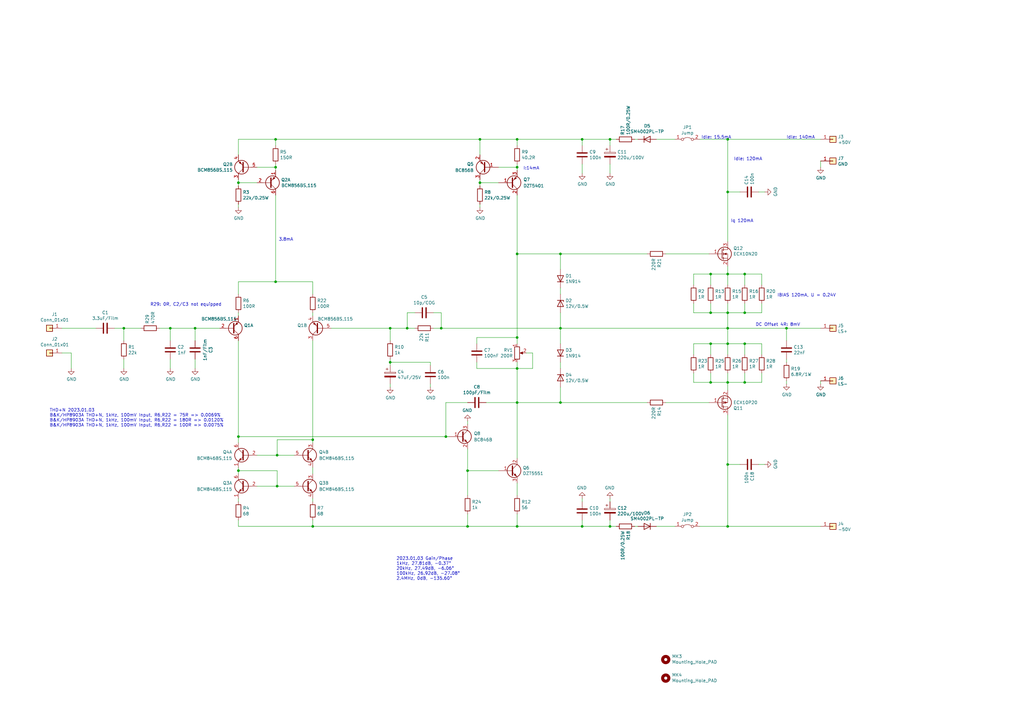
<source format=kicad_sch>
(kicad_sch (version 20211123) (generator eeschema)
  (paper "A3")
  (title_block (title "Lateral MOS FET 80W") (date "2023-01-11") (rev "v5c"))
  (lib_symbols
    (symbol "Connector_Generic:Conn_01x01" (pin_names (offset 1.016) hide)
      (property "Reference" "J" (at 0 2.54 0))
      (property "Value" "Conn_01x01" (at 0 -2.54 0))
      (symbol "Conn_01x01_1_1"
        (rectangle (start -1.27 0.127) (end 0 -0.127) (stroke (width 0.1524)))
        (rectangle (start -1.27 1.27) (end 1.27 -1.27) (stroke (width 0.254)) (fill (type background)))
        (pin passive line (at -5.08 0 0) (length 3.81) (name "Pin_1") (number "1"))
      )
    )
    (symbol "Device:C" (pin_numbers hide) (pin_names (offset 0.254))
      (property "Reference" "C" (at 0.635 2.54 0))
      (property "Value" "C" (at 0.635 -2.54 0))
      (symbol "C_0_1"
        (polyline (pts (xy -2.032 -0.762) (xy 2.032 -0.762)) (stroke (width 0.508)))
        (polyline (pts (xy -2.032 0.762) (xy 2.032 0.762)) (stroke (width 0.508)))
      )
      (symbol "C_1_1"
        (pin passive line (at 0 3.81 270) (length 2.794) (name "~") (number "1"))
        (pin passive line (at 0 -3.81 90) (length 2.794) (name "~") (number "2"))
      )
    )
    (symbol "Device:CP" (pin_numbers hide) (pin_names (offset 0.254))
      (property "Reference" "C" (at 0.635 2.54 0))
      (property "Value" "Device_CP" (at 0.635 -2.54 0))
      (symbol "CP_0_1"
        (rectangle (start -2.286 0.508) (end 2.286 1.016))
        (polyline (pts (xy -1.778 2.286) (xy -0.762 2.286)))
        (polyline (pts (xy -1.27 2.794) (xy -1.27 1.778)))
        (rectangle (start 2.286 -0.508) (end -2.286 -1.016) (fill (type outline)))
      )
      (symbol "CP_1_1"
        (pin passive line (at 0 3.81 270) (length 2.794) (name "~") (number "1"))
        (pin passive line (at 0 -3.81 90) (length 2.794) (name "~") (number "2"))
      )
    )
    (symbol "Device:R" (pin_numbers hide) (pin_names (offset 0))
      (property "Reference" "R" (at 2.032 0 90))
      (property "Value" "R" (at 0 0 90))
      (symbol "R_0_1"
        (rectangle (start -1.016 -2.54) (end 1.016 2.54) (stroke (width 0.254)))
      )
      (symbol "R_1_1"
        (pin passive line (at 0 3.81 270) (length 1.27) (name "~") (number "1"))
        (pin passive line (at 0 -3.81 90) (length 1.27) (name "~") (number "2"))
      )
    )
    (symbol "Device:R_POT" (pin_names (offset 1.016) hide)
      (property "Reference" "RV" (at -4.445 0 90))
      (property "Value" "Device_R_POT" (at -2.54 0 90))
      (symbol "R_POT_0_1"
        (polyline (pts (xy 2.54 0) (xy 1.524 0)))
        (polyline (pts (xy 1.143 0) (xy 2.286 0.508) (xy 2.286 -0.508) (xy 1.143 0)) (fill (type outline)))
        (rectangle (start 1.016 2.54) (end -1.016 -2.54) (stroke (width 0.254)))
      )
      (symbol "R_POT_1_1"
        (pin passive line (at 0 3.81 270) (length 1.27) (name "1") (number "1"))
        (pin passive line (at 3.81 0 180) (length 1.27) (name "2") (number "2"))
        (pin passive line (at 0 -3.81 90) (length 1.27) (name "3") (number "3"))
      )
    )
    (symbol "Diode:1N4002" (pin_numbers hide) (pin_names (offset 1.016) hide)
      (property "Reference" "D" (at 0 2.54 0))
      (property "Value" "1N4002" (at 0 -2.54 0))
      (symbol "1N4002_0_1"
        (polyline (pts (xy -1.27 1.27) (xy -1.27 -1.27)) (stroke (width 0.254)))
        (polyline (pts (xy 1.27 0) (xy -1.27 0)))
        (polyline (pts (xy 1.27 1.27) (xy 1.27 -1.27) (xy -1.27 0) (xy 1.27 1.27)) (stroke (width 0.254)))
      )
      (symbol "1N4002_1_1"
        (pin passive line (at -3.81 0 0) (length 2.54) (name "K") (number "1"))
        (pin passive line (at 3.81 0 180) (length 2.54) (name "A") (number "2"))
      )
    )
    (symbol "Diode:1N4148" (pin_numbers hide) (pin_names (offset 1.016) hide)
      (property "Reference" "D" (at 0 2.54 0))
      (property "Value" "1N4148" (at 0 -2.54 0))
      (symbol "1N4148_0_1"
        (polyline (pts (xy -1.27 1.27) (xy -1.27 -1.27)) (stroke (width 0.254)))
        (polyline (pts (xy 1.27 0) (xy -1.27 0)))
        (polyline (pts (xy 1.27 1.27) (xy 1.27 -1.27) (xy -1.27 0) (xy 1.27 1.27)) (stroke (width 0.254)))
      )
      (symbol "1N4148_1_1"
        (pin passive line (at -3.81 0 0) (length 2.54) (name "K") (number "1"))
        (pin passive line (at 3.81 0 180) (length 2.54) (name "A") (number "2"))
      )
    )
    (symbol "Diode:ZPDxx" (pin_numbers hide) (pin_names (offset 1.016) hide)
      (property "Reference" "D" (at 0 2.54 0))
      (property "Value" "ZPDxx" (at 0 -2.54 0))
      (symbol "ZPDxx_0_1"
        (polyline (pts (xy 1.27 0) (xy -1.27 0)))
        (polyline (pts (xy -1.27 -1.27) (xy -1.27 1.27) (xy -0.762 1.27)) (stroke (width 0.254)))
        (polyline (pts (xy 1.27 -1.27) (xy 1.27 1.27) (xy -1.27 0) (xy 1.27 -1.27)) (stroke (width 0.254)))
      )
      (symbol "ZPDxx_1_1"
        (pin passive line (at -3.81 0 0) (length 2.54) (name "K") (number "1"))
        (pin passive line (at 3.81 0 180) (length 2.54) (name "A") (number "2"))
      )
    )
    (symbol "Jumper:Jumper_2_Bridged" (pin_names (offset 0) hide)
      (property "Reference" "JP" (at 0 1.905 0))
      (property "Value" "Jumper_2_Bridged" (at 0 -2.54 0))
      (symbol "Jumper_2_Bridged_0_0"
        (circle (center -2.032 0) (radius 0.508))
        (circle (center 2.032 0) (radius 0.508))
      )
      (symbol "Jumper_2_Bridged_0_1"
        (arc (start 1.524 0.254) (mid 0 0.762) (end -1.524 0.254))
      )
      (symbol "Jumper_2_Bridged_1_1"
        (pin passive line (at -5.08 0 0) (length 2.54) (name "A") (number "1"))
        (pin passive line (at 5.08 0 180) (length 2.54) (name "B") (number "2"))
      )
    )
    (symbol "Mechanical:MountingHole" (pin_names (offset 1.016))
      (property "Reference" "H" (at 0 5.08 0))
      (property "Value" "MountingHole" (at 0 3.175 0))
      (symbol "MountingHole_0_1"
        (circle (center 0 0) (radius 1.27) (stroke (width 1.27)))
      )
    )
    (symbol "Transistor_BJT:BC846" (pin_names (offset 0) hide)
      (property "Reference" "Q" (at 5.08 1.905 0))
      (property "Value" "BC846" (at 5.08 0 0))
      (symbol "BC846_0_1"
        (polyline (pts (xy 0.635 0.635) (xy 2.54 2.54)))
        (polyline (pts (xy 0.635 -0.635) (xy 2.54 -2.54) (xy 2.54 -2.54)))
        (polyline (pts (xy 0.635 1.905) (xy 0.635 -1.905) (xy 0.635 -1.905)) (stroke (width 0.508)))
        (polyline (pts (xy 1.27 -1.778) (xy 1.778 -1.27) (xy 2.286 -2.286) (xy 1.27 -1.778) (xy 1.27 -1.778)) (fill (type outline)))
        (circle (center 1.27 0) (radius 2.8194) (stroke (width 0.254)))
      )
      (symbol "BC846_1_1"
        (pin input line (at -5.08 0 0) (length 5.715) (name "B") (number "1"))
        (pin passive line (at 2.54 -5.08 90) (length 2.54) (name "E") (number "2"))
        (pin passive line (at 2.54 5.08 270) (length 2.54) (name "C") (number "3"))
      )
    )
    (symbol "Transistor_BJT:BC846BDW1" (pin_names (offset 0) hide)
      (property "Reference" "Q" (at 5.08 1.27 0))
      (property "Value" "BC846BDW1" (at 5.08 -1.27 0))
      (symbol "BC846BDW1_0_1"
        (polyline (pts (xy 0.635 0) (xy -2.54 0)))
        (polyline (pts (xy 0.635 0.635) (xy 2.54 2.54)))
        (polyline (pts (xy 0.635 -0.635) (xy 2.54 -2.54) (xy 2.54 -2.54)))
        (polyline (pts (xy 0.635 1.905) (xy 0.635 -1.905) (xy 0.635 -1.905)) (stroke (width 0.508)))
        (polyline (pts (xy 1.27 -1.778) (xy 1.778 -1.27) (xy 2.286 -2.286) (xy 1.27 -1.778) (xy 1.27 -1.778)) (fill (type outline)))
        (circle (center 1.27 0) (radius 2.8194) (stroke (width 0.254)))
      )
      (symbol "BC846BDW1_1_1"
        (pin passive line (at 2.54 -5.08 90) (length 2.54) (name "E1") (number "1"))
        (pin input line (at -5.08 0 0) (length 2.54) (name "B1") (number "2"))
        (pin passive line (at 2.54 5.08 270) (length 2.54) (name "C1") (number "6"))
      )
      (symbol "BC846BDW1_2_1"
        (pin passive line (at 2.54 5.08 270) (length 2.54) (name "C2") (number "3"))
        (pin passive line (at 2.54 -5.08 90) (length 2.54) (name "E2") (number "4"))
        (pin input line (at -5.08 0 0) (length 2.54) (name "B2") (number "5"))
      )
    )
    (symbol "Transistor_BJT:BC856" (pin_names (offset 0) hide)
      (property "Reference" "Q" (at 5.08 1.905 0))
      (property "Value" "BC856" (at 5.08 0 0))
      (symbol "BC856_0_1"
        (polyline (pts (xy 0.635 0.635) (xy 2.54 2.54)))
        (polyline (pts (xy 0.635 -0.635) (xy 2.54 -2.54) (xy 2.54 -2.54)))
        (polyline (pts (xy 0.635 1.905) (xy 0.635 -1.905) (xy 0.635 -1.905)) (stroke (width 0.508)))
        (polyline (pts (xy 2.286 -1.778) (xy 1.778 -2.286) (xy 1.27 -1.27) (xy 2.286 -1.778) (xy 2.286 -1.778)) (fill (type outline)))
        (circle (center 1.27 0) (radius 2.8194) (stroke (width 0.254)))
      )
      (symbol "BC856_1_1"
        (pin input line (at -5.08 0 0) (length 5.715) (name "B") (number "1"))
        (pin passive line (at 2.54 -5.08 90) (length 2.54) (name "E") (number "2"))
        (pin passive line (at 2.54 5.08 270) (length 2.54) (name "C") (number "3"))
      )
    )
    (symbol "Transistor_BJT:BC856BS" (pin_names (offset 0) hide)
      (property "Reference" "Q" (at 5.08 1.27 0))
      (property "Value" "BC856BS" (at 5.08 -1.27 0))
      (symbol "BC856BS_0_1"
        (polyline (pts (xy 0.635 0) (xy -2.54 0)))
        (polyline (pts (xy 0.635 0.635) (xy 2.54 2.54)))
        (polyline (pts (xy 0.635 -0.635) (xy 2.54 -2.54) (xy 2.54 -2.54)))
        (polyline (pts (xy 0.635 1.905) (xy 0.635 -1.905) (xy 0.635 -1.905)) (stroke (width 0.508)))
        (polyline (pts (xy 2.286 -1.778) (xy 1.778 -2.286) (xy 1.27 -1.27) (xy 2.286 -1.778) (xy 2.286 -1.778)) (fill (type outline)))
        (circle (center 1.27 0) (radius 2.8194) (stroke (width 0.254)))
      )
      (symbol "BC856BS_1_1"
        (pin passive line (at 2.54 -5.08 90) (length 2.54) (name "E1") (number "1"))
        (pin input line (at -5.08 0 0) (length 2.54) (name "B1") (number "2"))
        (pin passive line (at 2.54 5.08 270) (length 2.54) (name "C1") (number "6"))
      )
      (symbol "BC856BS_2_1"
        (pin passive line (at 2.54 5.08 270) (length 2.54) (name "C2") (number "3"))
        (pin passive line (at 2.54 -5.08 90) (length 2.54) (name "E2") (number "4"))
        (pin input line (at -5.08 0 0) (length 2.54) (name "B2") (number "5"))
      )
    )
    (symbol "kicad-snk:DZT5401" (pin_names (offset 0) hide)
      (property "Reference" "Q" (at 5.08 1.905 0))
      (property "Value" "DZT5401" (at 5.08 0 0))
      (symbol "DZT5401_0_1"
        (polyline (pts (xy 0.635 0.635) (xy 2.54 2.54)))
        (polyline (pts (xy 0.635 -0.635) (xy 2.54 -2.54) (xy 2.54 -2.54)))
        (polyline (pts (xy 0.635 1.905) (xy 0.635 -1.905) (xy 0.635 -1.905)) (stroke (width 0.508)))
        (polyline (pts (xy 2.286 -1.778) (xy 1.778 -2.286) (xy 1.27 -1.27) (xy 2.286 -1.778) (xy 2.286 -1.778)) (fill (type outline)))
        (circle (center 1.27 0) (radius 2.8194) (stroke (width 0.254)))
      )
      (symbol "DZT5401_1_1"
        (pin input line (at -5.08 0 0) (length 5.715) (name "B") (number "1"))
        (pin passive line (at 2.54 5.08 270) (length 2.54) (name "C") (number "2"))
        (pin passive line (at 2.54 -5.08 90) (length 2.54) (name "E") (number "3"))
      )
    )
    (symbol "kicad-snk:DZT5551" (pin_names (offset 0) hide)
      (property "Reference" "Q" (at 5.08 1.905 0))
      (property "Value" "kicad-snk_DZT5551" (at 5.08 0 0))
      (symbol "DZT5551_0_1"
        (polyline (pts (xy 0.635 0.635) (xy 2.54 2.54)))
        (polyline (pts (xy 0.635 -0.635) (xy 2.54 -2.54) (xy 2.54 -2.54)))
        (polyline (pts (xy 0.635 1.905) (xy 0.635 -1.905) (xy 0.635 -1.905)) (stroke (width 0.508)))
        (polyline (pts (xy 1.27 -1.778) (xy 1.778 -1.27) (xy 2.286 -2.286) (xy 1.27 -1.778) (xy 1.27 -1.778)) (fill (type outline)))
        (circle (center 1.27 0) (radius 2.8194) (stroke (width 0.254)))
      )
      (symbol "DZT5551_1_1"
        (pin input line (at -5.08 0 0) (length 5.715) (name "B") (number "1"))
        (pin passive line (at 2.54 5.08 270) (length 2.54) (name "C") (number "2"))
        (pin passive line (at 2.54 -5.08 90) (length 2.54) (name "E") (number "3"))
      )
    )
    (symbol "kicad-snk:Q_NMOS_GSD" (pin_names (offset 0) hide)
      (property "Reference" "Q" (at 7.62 1.27 0))
      (property "Value" "kicad-snk_Q_NMOS_GSD" (at 16.51 -1.27 0))
      (symbol "Q_NMOS_GSD_0_1"
        (polyline (pts (xy 0.762 -1.778) (xy 2.54 -1.778)))
        (polyline (pts (xy 0.762 -1.27) (xy 0.762 -2.286)) (stroke (width 0.254)))
        (polyline (pts (xy 0.762 0) (xy 2.54 0)))
        (polyline (pts (xy 0.762 0.508) (xy 0.762 -0.508)) (stroke (width 0.254)))
        (polyline (pts (xy 0.762 1.778) (xy 2.54 1.778)))
        (polyline (pts (xy 0.762 2.286) (xy 0.762 1.27)) (stroke (width 0.254)))
        (polyline (pts (xy 2.54 -1.778) (xy 2.54 -2.54)))
        (polyline (pts (xy 2.54 -1.778) (xy 2.54 0)))
        (polyline (pts (xy 2.54 2.54) (xy 2.54 1.778)))
        (polyline (pts (xy 0.254 1.905) (xy 0.254 -1.905) (xy 0.254 -1.905)) (stroke (width 0.254)))
        (polyline (pts (xy 1.016 0) (xy 2.032 0.381) (xy 2.032 -0.381) (xy 1.016 0)) (fill (type outline)))
        (circle (center 1.27 0) (radius 2.8194) (stroke (width 0.254)))
      )
      (symbol "Q_NMOS_GSD_1_1"
        (pin input line (at -5.08 0 0) (length 5.334) (name "G") (number "1"))
        (pin passive line (at 2.54 -5.08 90) (length 2.54) (name "S") (number "2"))
        (pin passive line (at 2.54 5.08 270) (length 2.54) (name "D") (number "3"))
      )
    )
    (symbol "kicad-snk:Q_PMOS_GSD" (pin_names (offset 0) hide)
      (property "Reference" "Q" (at 7.62 1.27 0))
      (property "Value" "kicad-snk_Q_PMOS_GSD" (at 16.51 -1.27 0))
      (symbol "Q_PMOS_GSD_0_1"
        (polyline (pts (xy 0.762 -1.778) (xy 2.54 -1.778)))
        (polyline (pts (xy 0.762 -1.27) (xy 0.762 -2.286)) (stroke (width 0.254)))
        (polyline (pts (xy 0.762 0) (xy 2.54 0)))
        (polyline (pts (xy 0.762 0.508) (xy 0.762 -0.508)) (stroke (width 0.254)))
        (polyline (pts (xy 0.762 1.778) (xy 2.54 1.778)))
        (polyline (pts (xy 0.762 2.286) (xy 0.762 1.27)) (stroke (width 0.254)))
        (polyline (pts (xy 2.54 -1.778) (xy 2.54 -2.54)))
        (polyline (pts (xy 2.54 -1.778) (xy 2.54 0)))
        (polyline (pts (xy 2.54 2.54) (xy 2.54 1.778)))
        (polyline (pts (xy 0.254 1.905) (xy 0.254 -1.905) (xy 0.254 -1.905)) (stroke (width 0.254)))
        (polyline (pts (xy 2.286 0) (xy 1.27 -0.381) (xy 1.27 0.381) (xy 2.286 0)) (fill (type outline)))
        (circle (center 1.27 0) (radius 2.8194) (stroke (width 0.254)))
      )
      (symbol "Q_PMOS_GSD_1_1"
        (pin input line (at -5.08 0 0) (length 5.334) (name "G") (number "1"))
        (pin passive line (at 2.54 -5.08 90) (length 2.54) (name "D") (number "2"))
        (pin passive line (at 2.54 5.08 270) (length 2.54) (name "S") (number "3"))
      )
    )
    (symbol "power:GND" (power) (pin_names (offset 0))
      (property "Value" "GND" (at 0 -3.81 0))
      (symbol "GND_0_1"
        (polyline (pts (xy 0 0) (xy 0 -1.27) (xy 1.27 -1.27) (xy 0 -2.54) (xy -1.27 -1.27) (xy 0 -1.27)))
      )
      (symbol "GND_1_1"
        (pin power_in line (at 0 0 270) (length 0) hide (name "GND") (number "1"))
      )
    )
  )
  (junction (at 229.87 165.1))
  (junction (at 191.77 215.9))
  (junction (at 212.09 68.58))
  (junction (at 229.87 104.14))
  (junction (at 212.09 165.1))
  (junction (at 305.435 156.845))
  (junction (at 229.87 134.62))
  (junction (at 191.77 193.04))
  (junction (at 212.09 215.9))
  (junction (at 196.85 74.93))
  (junction (at 97.79 193.04))
  (junction (at 113.665 186.69))
  (junction (at 113.03 115.57))
  (junction (at 50.8 134.62))
  (junction (at 212.09 138.43))
  (junction (at 113.03 57.15))
  (junction (at 97.79 179.07))
  (junction (at 212.09 151.13))
  (junction (at 238.76 57.15))
  (junction (at 113.665 199.39))
  (junction (at 238.76 215.9))
  (junction (at 298.45 156.845))
  (junction (at 298.45 190.5))
  (junction (at 250.19 57.15))
  (junction (at 160.02 134.62))
  (junction (at 180.975 134.62))
  (junction (at 128.27 215.9))
  (junction (at 167.005 134.62))
  (junction (at 298.45 112.395))
  (junction (at 305.435 112.395))
  (junction (at 305.435 140.97))
  (junction (at 298.45 134.62))
  (junction (at 113.03 68.58))
  (junction (at 212.09 57.15))
  (junction (at 182.88 179.07))
  (junction (at 298.45 57.15))
  (junction (at 212.09 104.14))
  (junction (at 97.79 74.93))
  (junction (at 128.27 180.34))
  (junction (at 291.465 140.97))
  (junction (at 196.85 57.15))
  (junction (at 322.58 134.62))
  (junction (at 298.45 128.27))
  (junction (at 291.465 128.27))
  (junction (at 291.465 156.845))
  (junction (at 291.465 112.395))
  (junction (at 80.01 134.62))
  (junction (at 298.45 140.97))
  (junction (at 160.02 148.59))
  (junction (at 250.19 215.9))
  (junction (at 298.45 78.74))
  (junction (at 298.45 215.9))
  (junction (at 305.435 128.27))
  (junction (at 69.85 134.62))
  (wire (pts (xy 65.405 134.62) (xy 69.85 134.62)))
  (wire (pts (xy 212.09 68.58) (xy 212.09 69.85)))
  (wire (pts (xy 29.21 144.78) (xy 25.4 144.78)))
  (wire (pts (xy 312.42 112.395) (xy 305.435 112.395)))
  (wire (pts (xy 284.48 156.845) (xy 291.465 156.845)))
  (wire (pts (xy 284.48 140.97) (xy 291.465 140.97)))
  (wire (pts (xy 196.85 73.66) (xy 196.85 74.93)))
  (wire (pts (xy 305.435 156.845) (xy 298.45 156.845)))
  (wire (pts (xy 128.27 115.57) (xy 113.03 115.57)))
  (wire (pts (xy 218.44 151.13) (xy 218.44 144.78)))
  (wire (pts (xy 128.27 139.7) (xy 128.27 180.34)))
  (wire (pts (xy 291.465 116.84) (xy 291.465 112.395)))
  (wire (pts (xy 160.02 148.59) (xy 176.53 148.59)))
  (wire (pts (xy 284.48 128.27) (xy 291.465 128.27)))
  (wire (pts (xy 298.45 215.9) (xy 298.45 190.5)))
  (wire (pts (xy 212.09 165.1) (xy 229.87 165.1)))
  (wire (pts (xy 113.03 57.15) (xy 196.85 57.15)))
  (wire (pts (xy 312.42 128.27) (xy 305.435 128.27)))
  (wire (pts (xy 69.85 134.62) (xy 69.85 139.7)))
  (wire (pts (xy 212.09 210.82) (xy 212.09 215.9)))
  (wire (pts (xy 196.85 57.15) (xy 196.85 63.5)))
  (wire (pts (xy 176.53 149.86) (xy 176.53 148.59)))
  (wire (pts (xy 291.465 145.415) (xy 291.465 140.97)))
  (wire (pts (xy 291.465 112.395) (xy 298.45 112.395)))
  (wire (pts (xy 212.09 57.15) (xy 238.76 57.15)))
  (wire (pts (xy 229.87 110.49) (xy 229.87 104.14)))
  (wire (pts (xy 105.41 199.39) (xy 113.665 199.39)))
  (wire (pts (xy 191.77 184.15) (xy 191.77 193.04)))
  (wire (pts (xy 238.76 57.15) (xy 238.76 59.69)))
  (wire (pts (xy 113.03 115.57) (xy 97.79 115.57)))
  (wire (pts (xy 80.01 134.62) (xy 80.01 139.7)))
  (wire (pts (xy 25.4 134.62) (xy 39.37 134.62)))
  (wire (pts (xy 105.41 68.58) (xy 113.03 68.58)))
  (wire (pts (xy 229.87 128.27) (xy 229.87 134.62)))
  (wire (pts (xy 238.76 67.31) (xy 238.76 71.12)))
  (wire (pts (xy 303.53 78.74) (xy 298.45 78.74)))
  (wire (pts (xy 128.27 180.34) (xy 128.27 181.61)))
  (wire (pts (xy 303.53 190.5) (xy 298.45 190.5)))
  (wire (pts (xy 113.665 199.39) (xy 120.65 199.39)))
  (wire (pts (xy 97.79 74.93) (xy 105.41 74.93)))
  (wire (pts (xy 312.42 116.84) (xy 312.42 112.395)))
  (wire (pts (xy 191.77 172.72) (xy 191.77 173.99)))
  (wire (pts (xy 250.19 57.15) (xy 250.19 59.69)))
  (wire (pts (xy 298.45 99.06) (xy 298.45 78.74)))
  (wire (pts (xy 69.85 147.32) (xy 69.85 151.13)))
  (wire (pts (xy 167.005 134.62) (xy 170.18 134.62)))
  (wire (pts (xy 196.85 74.93) (xy 196.85 76.2)))
  (wire (pts (xy 160.02 148.59) (xy 160.02 147.32)))
  (wire (pts (xy 167.005 128.27) (xy 167.005 134.62)))
  (wire (pts (xy 105.41 186.69) (xy 113.665 186.69)))
  (wire (pts (xy 196.85 57.15) (xy 212.09 57.15)))
  (wire (pts (xy 113.665 193.04) (xy 113.665 199.39)))
  (wire (pts (xy 212.09 151.13) (xy 218.44 151.13)))
  (wire (pts (xy 196.85 74.93) (xy 204.47 74.93)))
  (wire (pts (xy 182.88 179.07) (xy 184.15 179.07)))
  (wire (pts (xy 97.79 139.7) (xy 97.79 179.07)))
  (wire (pts (xy 212.09 138.43) (xy 212.09 140.97)))
  (wire (pts (xy 284.48 124.46) (xy 284.48 128.27)))
  (wire (pts (xy 97.79 204.47) (xy 97.79 205.74)))
  (wire (pts (xy 261.62 57.15) (xy 260.35 57.15)))
  (wire (pts (xy 191.77 215.9) (xy 212.09 215.9)))
  (wire (pts (xy 273.05 165.1) (xy 290.83 165.1)))
  (wire (pts (xy 128.27 215.9) (xy 191.77 215.9)))
  (wire (pts (xy 298.45 112.395) (xy 298.45 116.84)))
  (wire (pts (xy 80.01 147.32) (xy 80.01 151.13)))
  (wire (pts (xy 212.09 151.13) (xy 212.09 165.1)))
  (wire (pts (xy 182.88 165.1) (xy 182.88 179.07)))
  (wire (pts (xy 229.87 158.75) (xy 229.87 165.1)))
  (wire (pts (xy 212.09 57.15) (xy 212.09 59.69)))
  (wire (pts (xy 212.09 165.1) (xy 212.09 187.96)))
  (wire (pts (xy 191.77 165.1) (xy 182.88 165.1)))
  (wire (pts (xy 128.27 128.27) (xy 128.27 129.54)))
  (wire (pts (xy 312.42 156.845) (xy 305.435 156.845)))
  (wire (pts (xy 336.55 66.04) (xy 336.55 68.58)))
  (wire (pts (xy 312.42 140.97) (xy 305.435 140.97)))
  (wire (pts (xy 97.79 73.66) (xy 97.79 74.93)))
  (wire (pts (xy 312.42 145.415) (xy 312.42 140.97)))
  (wire (pts (xy 97.79 57.15) (xy 113.03 57.15)))
  (wire (pts (xy 298.45 78.74) (xy 298.45 57.15)))
  (wire (pts (xy 97.79 57.15) (xy 97.79 63.5)))
  (wire (pts (xy 204.47 68.58) (xy 212.09 68.58)))
  (wire (pts (xy 196.85 83.82) (xy 196.85 85.09)))
  (wire (pts (xy 312.42 124.46) (xy 312.42 128.27)))
  (wire (pts (xy 298.45 140.97) (xy 298.45 145.415)))
  (wire (pts (xy 298.45 170.18) (xy 298.45 190.5)))
  (wire (pts (xy 229.87 104.14) (xy 265.43 104.14)))
  (wire (pts (xy 284.48 153.035) (xy 284.48 156.845)))
  (wire (pts (xy 322.58 139.7) (xy 322.58 134.62)))
  (wire (pts (xy 287.02 57.15) (xy 298.45 57.15)))
  (wire (pts (xy 50.8 151.13) (xy 50.8 147.32)))
  (wire (pts (xy 305.435 140.97) (xy 298.45 140.97)))
  (wire (pts (xy 305.435 145.415) (xy 305.435 140.97)))
  (wire (pts (xy 291.465 156.845) (xy 298.45 156.845)))
  (wire (pts (xy 322.58 157.48) (xy 322.58 156.21)))
  (wire (pts (xy 97.79 179.07) (xy 97.79 181.61)))
  (wire (pts (xy 97.79 128.27) (xy 97.79 129.54)))
  (wire (pts (xy 195.58 140.97) (xy 195.58 138.43)))
  (wire (pts (xy 273.05 104.14) (xy 290.83 104.14)))
  (wire (pts (xy 313.69 78.74) (xy 311.15 78.74)))
  (wire (pts (xy 97.79 213.36) (xy 97.79 215.9)))
  (wire (pts (xy 250.19 215.9) (xy 238.76 215.9)))
  (wire (pts (xy 80.01 134.62) (xy 90.17 134.62)))
  (wire (pts (xy 250.19 213.36) (xy 250.19 215.9)))
  (wire (pts (xy 113.03 57.15) (xy 113.03 59.69)))
  (wire (pts (xy 212.09 198.12) (xy 212.09 203.2)))
  (wire (pts (xy 298.45 156.845) (xy 298.45 160.02)))
  (wire (pts (xy 97.79 193.04) (xy 97.79 194.31)))
  (wire (pts (xy 269.24 215.9) (xy 276.86 215.9)))
  (wire (pts (xy 160.02 134.62) (xy 160.02 139.7)))
  (wire (pts (xy 322.58 148.59) (xy 322.58 147.32)))
  (wire (pts (xy 113.665 186.69) (xy 113.665 180.34)))
  (wire (pts (xy 212.09 148.59) (xy 212.09 151.13)))
  (wire (pts (xy 97.79 83.82) (xy 97.79 85.09)))
  (wire (pts (xy 160.02 149.86) (xy 160.02 148.59)))
  (wire (pts (xy 176.53 158.75) (xy 176.53 157.48)))
  (wire (pts (xy 298.45 57.15) (xy 336.55 57.15)))
  (wire (pts (xy 50.8 139.7) (xy 50.8 134.62)))
  (wire (pts (xy 128.27 115.57) (xy 128.27 120.65)))
  (wire (pts (xy 180.975 128.27) (xy 180.975 134.62)))
  (wire (pts (xy 97.79 191.77) (xy 97.79 193.04)))
  (wire (pts (xy 336.55 134.62) (xy 322.58 134.62)))
  (wire (pts (xy 113.665 186.69) (xy 120.65 186.69)))
  (wire (pts (xy 180.975 134.62) (xy 229.87 134.62)))
  (wire (pts (xy 252.73 57.15) (xy 250.19 57.15)))
  (wire (pts (xy 180.975 128.27) (xy 177.8 128.27)))
  (wire (pts (xy 128.27 191.77) (xy 128.27 194.31)))
  (wire (pts (xy 191.77 193.04) (xy 204.47 193.04)))
  (wire (pts (xy 305.435 124.46) (xy 305.435 128.27)))
  (wire (pts (xy 195.58 148.59) (xy 195.58 151.13)))
  (wire (pts (xy 199.39 165.1) (xy 212.09 165.1)))
  (wire (pts (xy 177.8 134.62) (xy 180.975 134.62)))
  (wire (pts (xy 128.27 213.36) (xy 128.27 215.9)))
  (wire (pts (xy 170.18 128.27) (xy 167.005 128.27)))
  (wire (pts (xy 250.19 67.31) (xy 250.19 71.12)))
  (wire (pts (xy 97.79 115.57) (xy 97.79 120.65)))
  (wire (pts (xy 284.48 112.395) (xy 291.465 112.395)))
  (wire (pts (xy 46.99 134.62) (xy 50.8 134.62)))
  (wire (pts (xy 97.79 215.9) (xy 128.27 215.9)))
  (wire (pts (xy 305.435 153.035) (xy 305.435 156.845)))
  (wire (pts (xy 229.87 151.13) (xy 229.87 148.59)))
  (wire (pts (xy 212.09 67.31) (xy 212.09 68.58)))
  (wire (pts (xy 291.465 124.46) (xy 291.465 128.27)))
  (wire (pts (xy 238.76 205.74) (xy 238.76 204.47)))
  (wire (pts (xy 191.77 210.82) (xy 191.77 215.9)))
  (wire (pts (xy 284.48 116.84) (xy 284.48 112.395)))
  (wire (pts (xy 160.02 158.75) (xy 160.02 157.48)))
  (wire (pts (xy 313.69 190.5) (xy 311.15 190.5)))
  (wire (pts (xy 50.8 134.62) (xy 57.785 134.62)))
  (wire (pts (xy 195.58 151.13) (xy 212.09 151.13)))
  (wire (pts (xy 97.79 193.04) (xy 113.665 193.04)))
  (wire (pts (xy 113.03 67.31) (xy 113.03 68.58)))
  (wire (pts (xy 113.03 80.01) (xy 113.03 115.57)))
  (wire (pts (xy 291.465 140.97) (xy 298.45 140.97)))
  (wire (pts (xy 298.45 134.62) (xy 298.45 140.97)))
  (wire (pts (xy 291.465 153.035) (xy 291.465 156.845)))
  (wire (pts (xy 215.9 144.78) (xy 218.44 144.78)))
  (wire (pts (xy 212.09 80.01) (xy 212.09 104.14)))
  (wire (pts (xy 284.48 145.415) (xy 284.48 140.97)))
  (wire (pts (xy 212.09 138.43) (xy 212.09 104.14)))
  (wire (pts (xy 229.87 165.1) (xy 265.43 165.1)))
  (wire (pts (xy 261.62 215.9) (xy 260.35 215.9)))
  (wire (pts (xy 298.45 215.9) (xy 336.55 215.9)))
  (wire (pts (xy 298.45 128.27) (xy 298.45 134.62)))
  (wire (pts (xy 250.19 204.47) (xy 250.19 205.74)))
  (wire (pts (xy 212.09 104.14) (xy 229.87 104.14)))
  (wire (pts (xy 287.02 215.9) (xy 298.45 215.9)))
  (wire (pts (xy 269.24 57.15) (xy 276.86 57.15)))
  (wire (pts (xy 229.87 140.97) (xy 229.87 134.62)))
  (wire (pts (xy 291.465 128.27) (xy 298.45 128.27)))
  (wire (pts (xy 298.45 153.035) (xy 298.45 156.845)))
  (wire (pts (xy 298.45 124.46) (xy 298.45 128.27)))
  (wire (pts (xy 29.21 151.13) (xy 29.21 144.78)))
  (wire (pts (xy 160.02 134.62) (xy 167.005 134.62)))
  (wire (pts (xy 298.45 109.22) (xy 298.45 112.395)))
  (wire (pts (xy 135.89 134.62) (xy 160.02 134.62)))
  (wire (pts (xy 128.27 204.47) (xy 128.27 205.74)))
  (wire (pts (xy 212.09 215.9) (xy 238.76 215.9)))
  (wire (pts (xy 312.42 153.035) (xy 312.42 156.845)))
  (wire (pts (xy 69.85 134.62) (xy 80.01 134.62)))
  (wire (pts (xy 97.79 74.93) (xy 97.79 76.2)))
  (wire (pts (xy 305.435 112.395) (xy 298.45 112.395)))
  (wire (pts (xy 195.58 138.43) (xy 212.09 138.43)))
  (wire (pts (xy 113.03 68.58) (xy 113.03 69.85)))
  (wire (pts (xy 238.76 213.36) (xy 238.76 215.9)))
  (wire (pts (xy 298.45 134.62) (xy 322.58 134.62)))
  (wire (pts (xy 229.87 134.62) (xy 298.45 134.62)))
  (wire (pts (xy 191.77 193.04) (xy 191.77 203.2)))
  (wire (pts (xy 229.87 120.65) (xy 229.87 118.11)))
  (wire (pts (xy 113.665 180.34) (xy 128.27 180.34)))
  (wire (pts (xy 305.435 116.84) (xy 305.435 112.395)))
  (wire (pts (xy 250.19 57.15) (xy 238.76 57.15)))
  (wire (pts (xy 252.73 215.9) (xy 250.19 215.9)))
  (wire (pts (xy 305.435 128.27) (xy 298.45 128.27)))
  (wire (pts (xy 336.55 157.48) (xy 336.55 156.21)))
  (wire (pts (xy 97.79 179.07) (xy 182.88 179.07)))
  (text "THD+N 2023.01.03\nB&K/HP8903A THD+N, 1kHz, 100mV Input, R6,R22 = 75R => 0.0069%\nB&K/HP8903A THD+N, 1kHz, 100mV Input, R6,R22 = 180R => 0.0120%\nB&K/HP8903A THD+N, 1kHz, 100mV Input, R6,R22 = 100R => 0.0075%\n" (at 20.32 175.26 0) (effects (font (size 1.27 1.27)) (justify left bottom)))
  (text "Idle: 120mA" (at 300.99 66.04 0) (effects (font (size 1.27 1.27)) (justify left bottom)))
  (text "Iq 120mA" (at 299.72 91.44 0) (effects (font (size 1.27 1.27)) (justify left bottom)))
  (text "Idle: 15.5mA" (at 287.655 57.15 0) (effects (font (size 1.27 1.27)) (justify left bottom)))
  (text "2023.01.03 Gain/Phase\n1kHz, 27.81dB, -0.37°\n20kHz, 27.49dB, -6.06°\n100kHz, 26.92dB, -27.08°\n2.4MHz, 0dB, -135.60°" (at 162.56 238.125 0) (effects (font (size 1.27 1.27)) (justify left bottom)))
  (text "Idle: 140mA" (at 322.58 57.15 0) (effects (font (size 1.27 1.27)) (justify left bottom)))
  (text "DC Offset 4R: 8mV" (at 309.88 133.985 0) (effects (font (size 1.27 1.27)) (justify left bottom)))
  (text "R29: 0R, C2/C3 not equipped" (at 61.595 125.73 0) (effects (font (size 1.27 1.27)) (justify left bottom)))
  (text "3.8mA" (at 114.3 99.06 0) (effects (font (size 1.27 1.27)) (justify left bottom)))
  (text "I:14mA" (at 214.63 69.85 0) (effects (font (size 1.27 1.27)) (justify left bottom)))
  (text "IBIAS 120mA, U = 0.24V" (at 318.77 121.92 0) (effects (font (size 1.27 1.27)) (justify left bottom)))
  (symbol (lib_id "Device:C") (at 43.18 134.62 270) (unit 1)
    (property "Reference" "C1" (at 43.18 128.2192 90))
    (property "Value" "3.3uF/Film" (at 43.18 130.5306 90))
    (property "Footprint" "Capacitor_THT:C_Rect_L7.2mm_W7.2mm_P5.00mm_FKS2_FKP2_MKS2_MKP2" (effects hide))
  )
  (symbol (lib_id "power:GND") (at 50.8 151.13 0) (unit 1)
    (property "Reference" "#PWR0101" (effects hide))
    (property "Value" "GND" (at 50.927 155.5242 0))
  )
  (symbol (lib_id "Device:R") (at 50.8 143.51 0) (unit 1)
    (property "Reference" "R1" (at 52.578 142.3416 0) (effects (justify left)))
    (property "Value" "22k" (at 52.578 144.653 0) (effects (justify left)))
    (property "Footprint" "Resistor_SMD:R_0805_2012Metric_Pad1.20x1.40mm_HandSolder" (effects hide))
  )
  (symbol (lib_id "power:GND") (at 29.21 151.13 0) (unit 1)
    (property "Reference" "#PWR0102" (effects hide))
    (property "Value" "GND" (at 29.337 155.5242 0))
  )
  (symbol (lib_id "Connector_Generic:Conn_01x01") (at 20.32 134.62 180) (unit 1)
    (property "Reference" "J1" (at 22.4028 128.905 0))
    (property "Value" "Conn_01x01" (at 22.4028 131.2164 0))
    (property "Footprint" "Connector_Pin:Pin_D1.0mm_L10.0mm" (effects hide))
  )
  (symbol (lib_id "Connector_Generic:Conn_01x01") (at 20.32 144.78 180) (unit 1)
    (property "Reference" "J2" (at 22.4028 139.065 0))
    (property "Value" "Conn_01x01" (at 22.4028 141.3764 0))
    (property "Footprint" "Connector_Pin:Pin_D1.0mm_L10.0mm" (effects hide))
  )
  (symbol (lib_id "Device:R") (at 97.79 124.46 0) (unit 1)
    (property "Reference" "R6" (at 99.568 123.2916 0) (effects (justify left)))
    (property "Value" "100R" (at 99.568 125.603 0) (effects (justify left)))
    (property "Footprint" "Resistor_SMD:R_0805_2012Metric_Pad1.20x1.40mm_HandSolder" (effects hide))
  )
  (symbol (lib_id "Device:R") (at 97.79 80.01 0) (unit 1)
    (property "Reference" "R3" (at 99.568 78.8416 0) (effects (justify left)))
    (property "Value" "22k/0.25W" (at 99.568 81.153 0) (effects (justify left)))
    (property "Footprint" "Resistor_SMD:R_0805_2012Metric_Pad1.20x1.40mm_HandSolder" (effects hide))
  )
  (symbol (lib_id "power:GND") (at 97.79 85.09 0) (unit 1)
    (property "Reference" "#PWR0103" (effects hide))
    (property "Value" "GND" (at 97.917 89.4842 0))
  )
  (symbol (lib_id "Device:R") (at 113.03 63.5 0) (unit 1)
    (property "Reference" "R5" (at 114.808 62.3316 0) (effects (justify left)))
    (property "Value" "150R" (at 114.808 64.643 0) (effects (justify left)))
    (property "Footprint" "Resistor_SMD:R_0805_2012Metric_Pad1.20x1.40mm_HandSolder" (effects hide))
  )
  (symbol (lib_id "Device:CP") (at 160.02 153.67 0) (unit 1)
    (property "Reference" "C4" (at 163.0172 152.5016 0) (effects (justify left)))
    (property "Value" "47uF/25V" (at 163.0172 154.813 0) (effects (justify left)))
    (property "Footprint" "Capacitor_THT:CP_Radial_D5.0mm_P2.00mm" (effects hide))
  )
  (symbol (lib_id "Device:C") (at 176.53 153.67 0) (unit 1)
    (property "Reference" "C6" (at 179.451 152.5016 0) (effects (justify left)))
    (property "Value" "100n" (at 179.451 154.813 0) (effects (justify left)))
    (property "Footprint" "Capacitor_THT:C_Rect_L7.2mm_W2.5mm_P5.00mm_FKS2_FKP2_MKS2_MKP2" (effects hide))
  )
  (symbol (lib_id "Device:R") (at 160.02 143.51 0) (unit 1)
    (property "Reference" "R10" (at 161.798 142.3416 0) (effects (justify left)))
    (property "Value" "1k" (at 161.798 144.653 0) (effects (justify left)))
    (property "Footprint" "Resistor_SMD:R_0805_2012Metric_Pad1.20x1.40mm_HandSolder" (effects hide))
  )
  (symbol (lib_id "Device:R") (at 128.27 209.55 0) (unit 1)
    (property "Reference" "R7" (at 130.048 208.3816 0) (effects (justify left)))
    (property "Value" "68" (at 130.048 210.693 0) (effects (justify left)))
    (property "Footprint" "Resistor_SMD:R_0805_2012Metric_Pad1.20x1.40mm_HandSolder" (effects hide))
  )
  (symbol (lib_id "Device:R") (at 97.79 209.55 0) (unit 1)
    (property "Reference" "R4" (at 99.568 208.3816 0) (effects (justify left)))
    (property "Value" "68" (at 99.568 210.693 0) (effects (justify left)))
    (property "Footprint" "Resistor_SMD:R_0805_2012Metric_Pad1.20x1.40mm_HandSolder" (effects hide))
  )
  (symbol (lib_id "Device:R") (at 173.99 134.62 270) (unit 1)
    (property "Reference" "R11" (at 175.1584 136.398 0) (effects (justify left)))
    (property "Value" "22k" (at 172.847 136.398 0) (effects (justify left)))
    (property "Footprint" "Resistor_SMD:R_0805_2012Metric_Pad1.20x1.40mm_HandSolder" (effects hide))
  )
  (symbol (lib_id "Connector_Generic:Conn_01x01") (at 341.63 57.15 0) (unit 1)
    (property "Reference" "J3" (at 343.662 56.0832 0) (effects (justify left)))
    (property "Value" "+50V" (at 343.662 58.3946 0) (effects (justify left)))
    (property "Footprint" "kicad-snk:TE-726386-2_Pitch5.08mm_Drill1.3mm" (effects hide))
  )
  (symbol (lib_id "Connector_Generic:Conn_01x01") (at 341.63 215.9 0) (unit 1)
    (property "Reference" "J4" (at 343.662 214.8332 0) (effects (justify left)))
    (property "Value" "-50V" (at 343.662 217.1446 0) (effects (justify left)))
    (property "Footprint" "kicad-snk:TE-726386-2_Pitch5.08mm_Drill1.3mm" (effects hide))
  )
  (symbol (lib_id "power:GND") (at 322.58 157.48 0) (unit 1)
    (property "Reference" "#PWR0109" (effects hide))
    (property "Value" "GND" (at 322.707 161.8742 0))
  )
  (symbol (lib_id "Connector_Generic:Conn_01x01") (at 341.63 156.21 0) (unit 1)
    (property "Reference" "J6" (at 343.662 155.1432 0) (effects (justify left)))
    (property "Value" "LS-" (at 343.662 157.4546 0) (effects (justify left)))
    (property "Footprint" "kicad-snk:TE-726386-2_Pitch5.08mm_Drill1.3mm" (effects hide))
  )
  (symbol (lib_id "Connector_Generic:Conn_01x01") (at 341.63 134.62 0) (unit 1)
    (property "Reference" "J5" (at 343.662 133.5532 0) (effects (justify left)))
    (property "Value" "LS+" (at 343.662 135.8646 0) (effects (justify left)))
    (property "Footprint" "kicad-snk:TE-726386-2_Pitch5.08mm_Drill1.3mm" (effects hide))
  )
  (symbol (lib_id "power:GND") (at 336.55 157.48 0) (unit 1)
    (property "Reference" "#PWR0110" (effects hide))
    (property "Value" "GND" (at 336.677 161.8742 0))
  )
  (symbol (lib_id "Device:R_POT") (at 212.09 144.78 0) (unit 1)
    (property "Reference" "RV1" (at 210.3374 143.6116 0) (effects (justify right)))
    (property "Value" "200R" (at 210.3374 145.923 0) (effects (justify right)))
    (property "Footprint" "Potentiometer_THT:Potentiometer_Bourns_3296W_Vertical" (effects hide))
  )
  (symbol (lib_id "Device:C") (at 195.58 144.78 180) (unit 1)
    (property "Reference" "C7" (at 198.501 143.6116 0) (effects (justify right)))
    (property "Value" "100nF" (at 198.501 145.923 0) (effects (justify right)))
    (property "Footprint" "Capacitor_THT:C_Rect_L7.2mm_W2.5mm_P5.00mm_FKS2_FKP2_MKS2_MKP2" (effects hide))
  )
  (symbol (lib_id "Diode:1N4148") (at 229.87 114.3 90) (unit 1)
    (property "Reference" "D1" (at 231.902 113.1316 90) (effects (justify right)))
    (property "Value" "1N914" (at 231.902 115.443 90) (effects (justify right)))
    (property "Footprint" "Diode_SMD:D_SOD-123" (effects hide))
    (property "Datasheet" "https://assets.nexperia.com/documents/data-sheet/1N4148_1N4448.pdf" (effects hide))
  )
  (symbol (lib_id "Diode:ZPDxx") (at 229.87 124.46 270) (unit 1)
    (property "Reference" "D2" (at 231.902 123.2916 90) (effects (justify left)))
    (property "Value" "12V/0.5W" (at 231.902 125.603 90) (effects (justify left)))
    (property "Footprint" "Diode_SMD:D_SOD-123" (effects hide))
    (property "Datasheet" "http://diotec.com/tl_files/diotec/files/pdf/datasheets/zpd1" (effects hide))
  )
  (symbol (lib_id "Diode:1N4148") (at 229.87 144.78 90) (unit 1)
    (property "Reference" "D3" (at 231.902 143.6116 90) (effects (justify right)))
    (property "Value" "1N914" (at 231.902 145.923 90) (effects (justify right)))
    (property "Footprint" "Diode_SMD:D_SOD-123" (effects hide))
    (property "Datasheet" "https://assets.nexperia.com/documents/data-sheet/1N4148_1N4448.pdf" (effects hide))
  )
  (symbol (lib_id "Diode:ZPDxx") (at 229.87 154.94 270) (unit 1)
    (property "Reference" "D4" (at 231.902 153.7716 90) (effects (justify left)))
    (property "Value" "12V/0.5W" (at 231.902 156.083 90) (effects (justify left)))
    (property "Footprint" "Diode_SMD:D_SOD-123" (effects hide))
    (property "Datasheet" "http://diotec.com/tl_files/diotec/files/pdf/datasheets/zpd1" (effects hide))
  )
  (symbol (lib_id "Device:R") (at 269.24 165.1 270) (unit 1)
    (property "Reference" "R14" (at 270.4084 166.878 0) (effects (justify left)))
    (property "Value" "220R" (at 268.097 166.878 0) (effects (justify left)))
    (property "Footprint" "Resistor_SMD:R_0805_2012Metric_Pad1.20x1.40mm_HandSolder" (effects hide))
  )
  (symbol (lib_id "kicad-snk:Q_PMOS_GSD") (at 295.91 165.1 0) (mirror x) (unit 1)
    (property "Reference" "Q11" (at 300.7614 167.4114 0) (effects (justify left)))
    (property "Value" "ECX10P20" (at 300.7614 165.1 0) (effects (justify left)))
    (property "Footprint" "Package_TO_SOT_THT:TO-247-3_Horizontal_TabUp" (effects hide))
  )
  (symbol (lib_id "Connector_Generic:Conn_01x01") (at 341.63 66.04 0) (unit 1)
    (property "Reference" "J7" (at 343.662 64.9732 0) (effects (justify left)))
    (property "Value" "GND" (at 343.662 67.2846 0) (effects (justify left)))
    (property "Footprint" "kicad-snk:TE-726386-2_Pitch5.08mm_Drill1.3mm" (effects hide))
  )
  (symbol (lib_id "Device:R") (at 322.58 152.4 0) (unit 1)
    (property "Reference" "R19" (at 324.358 151.2316 0) (effects (justify left)))
    (property "Value" "6.8R/1W" (at 324.358 153.543 0) (effects (justify left)))
    (property "Footprint" "Resistor_SMD:R_MELF_MMB-0207" (effects hide))
  )
  (symbol (lib_id "power:GND") (at 336.55 68.58 0) (unit 1)
    (property "Reference" "#PWR0111" (effects hide))
    (property "Value" "GND" (at 336.677 72.9742 0))
  )
  (symbol (lib_id "Device:C") (at 322.58 143.51 0) (unit 1)
    (property "Reference" "C13" (at 325.501 142.3416 0) (effects (justify left)))
    (property "Value" "22nF" (at 325.501 144.653 0) (effects (justify left)))
    (property "Footprint" "Capacitor_THT:C_Rect_L7.2mm_W2.5mm_P5.00mm_FKS2_FKP2_MKS2_MKP2" (effects hide))
  )
  (symbol (lib_id "Device:CP") (at 250.19 63.5 0) (unit 1)
    (property "Reference" "C11" (at 253.1872 62.3316 0) (effects (justify left)))
    (property "Value" "220u/100V" (at 253.1872 64.643 0) (effects (justify left)))
    (property "Footprint" "Capacitor_THT:CP_Radial_D12.5mm_P5.00mm" (effects hide))
  )
  (symbol (lib_id "Device:C") (at 238.76 63.5 0) (unit 1)
    (property "Reference" "C9" (at 241.681 62.3316 0) (effects (justify left)))
    (property "Value" "100n" (at 241.681 64.643 0) (effects (justify left)))
    (property "Footprint" "Capacitor_THT:C_Rect_L7.2mm_W2.5mm_P5.00mm_FKS2_FKP2_MKS2_MKP2" (effects hide))
  )
  (symbol (lib_id "Diode:1N4002") (at 265.43 57.15 0) (unit 1)
    (property "Reference" "D5" (at 265.43 51.6382 0))
    (property "Value" "SM4002PL-TP" (at 265.43 53.9496 0))
    (property "Footprint" "Diode_SMD:D_SOD-123F" (effects hide))
    (property "Datasheet" "http://www.vishay.com/docs/88503/1n4001.pdf" (effects hide))
  )
  (symbol (lib_id "Device:R") (at 256.54 57.15 90) (unit 1)
    (property "Reference" "R17" (at 255.3716 55.372 0) (effects (justify left)))
    (property "Value" "100R/0.25W" (at 257.683 55.372 0) (effects (justify left)))
    (property "Footprint" "Resistor_SMD:R_0805_2012Metric_Pad1.20x1.40mm_HandSolder" (effects hide))
  )
  (symbol (lib_id "Device:CP") (at 250.19 209.55 0) (unit 1)
    (property "Reference" "C12" (at 253.1872 208.3816 0) (effects (justify left)))
    (property "Value" "220u/100V" (at 253.1872 210.693 0) (effects (justify left)))
    (property "Footprint" "Capacitor_THT:CP_Radial_D12.5mm_P5.00mm" (effects hide))
  )
  (symbol (lib_id "Device:C") (at 238.76 209.55 0) (unit 1)
    (property "Reference" "C10" (at 241.681 208.3816 0) (effects (justify left)))
    (property "Value" "100n" (at 241.681 210.693 0) (effects (justify left)))
    (property "Footprint" "Capacitor_THT:C_Rect_L7.2mm_W2.5mm_P5.00mm_FKS2_FKP2_MKS2_MKP2" (effects hide))
  )
  (symbol (lib_id "Mechanical:MountingHole") (at 273.05 270.51 0) (unit 1)
    (property "Reference" "MK3" (at 275.59 269.2146 0) (effects (justify left)))
    (property "Value" "Mounting_Hole_PAD" (at 275.59 271.526 0) (effects (justify left)))
    (property "Footprint" "MountingHole:MountingHole_3.2mm_M3_Pad_Via" (effects hide))
  )
  (symbol (lib_id "Mechanical:MountingHole") (at 273.05 278.13 0) (unit 1)
    (property "Reference" "MK4" (at 275.59 276.8346 0) (effects (justify left)))
    (property "Value" "Mounting_Hole_PAD" (at 275.59 279.146 0) (effects (justify left)))
    (property "Footprint" "MountingHole:MountingHole_3.2mm_M3_Pad_Via" (effects hide))
  )
  (symbol (lib_id "Device:R") (at 256.54 215.9 270) (unit 1)
    (property "Reference" "R18" (at 257.7084 217.678 0) (effects (justify left)))
    (property "Value" "100R/0.25W" (at 255.397 217.678 0) (effects (justify left)))
    (property "Footprint" "Resistor_SMD:R_0805_2012Metric_Pad1.20x1.40mm_HandSolder" (effects hide))
  )
  (symbol (lib_id "Diode:1N4002") (at 265.43 215.9 180) (unit 1)
    (property "Reference" "D6" (at 265.43 210.3882 0))
    (property "Value" "SM4002PL-TP" (at 265.43 212.6996 0))
    (property "Footprint" "Diode_SMD:D_SOD-123F" (effects hide))
    (property "Datasheet" "http://www.vishay.com/docs/88503/1n4001.pdf" (effects hide))
  )
  (symbol (lib_id "power:GND") (at 238.76 71.12 0) (unit 1)
    (property "Reference" "#PWR0112" (effects hide))
    (property "Value" "GND" (at 238.887 75.5142 0))
  )
  (symbol (lib_id "power:GND") (at 250.19 71.12 0) (unit 1)
    (property "Reference" "#PWR0113" (effects hide))
    (property "Value" "GND" (at 250.317 75.5142 0))
  )
  (symbol (lib_id "Device:R") (at 269.24 104.14 270) (unit 1)
    (property "Reference" "R21" (at 270.4084 105.918 0) (effects (justify left)))
    (property "Value" "220R" (at 268.097 105.918 0) (effects (justify left)))
    (property "Footprint" "Resistor_SMD:R_0805_2012Metric_Pad1.20x1.40mm_HandSolder" (effects hide))
  )
  (symbol (lib_id "kicad-snk:Q_NMOS_GSD") (at 295.91 104.14 0) (unit 1)
    (property "Reference" "Q12" (at 300.7614 101.8286 0) (effects (justify left)))
    (property "Value" "ECX10N20" (at 300.7614 104.14 0) (effects (justify left)))
    (property "Footprint" "Package_TO_SOT_THT:TO-247-3_Horizontal_TabUp" (effects hide))
  )
  (symbol (lib_id "power:GND") (at 160.02 158.75 0) (unit 1)
    (property "Reference" "#PWR0105" (effects hide))
    (property "Value" "GND" (at 160.147 163.1442 0))
  )
  (symbol (lib_id "power:GND") (at 176.53 158.75 0) (unit 1)
    (property "Reference" "#PWR0106" (effects hide))
    (property "Value" "GND" (at 176.657 163.1442 0))
  )
  (symbol (lib_id "Device:C") (at 307.34 190.5 270) (unit 1)
    (property "Reference" "C18" (at 308.5084 193.421 0) (effects (justify left)))
    (property "Value" "100n" (at 306.197 193.421 0) (effects (justify left)))
    (property "Footprint" "Capacitor_THT:C_Rect_L7.2mm_W2.5mm_P5.00mm_FKS2_FKP2_MKS2_MKP2" (effects hide))
  )
  (symbol (lib_id "Device:C") (at 307.34 78.74 90) (unit 1)
    (property "Reference" "C14" (at 306.1716 75.819 0) (effects (justify left)))
    (property "Value" "100n" (at 308.483 75.819 0) (effects (justify left)))
    (property "Footprint" "Capacitor_THT:C_Rect_L7.2mm_W2.5mm_P5.00mm_FKS2_FKP2_MKS2_MKP2" (effects hide))
  )
  (symbol (lib_id "power:GND") (at 313.69 190.5 90) (unit 1)
    (property "Reference" "#PWR0114" (effects hide))
    (property "Value" "GND" (at 318.0842 190.373 0))
  )
  (symbol (lib_id "power:GND") (at 313.69 78.74 90) (unit 1)
    (property "Reference" "#PWR0115" (effects hide))
    (property "Value" "GND" (at 318.0842 78.613 0))
  )
  (symbol (lib_id "power:GND") (at 238.76 204.47 180) (unit 1)
    (property "Reference" "#PWR0107" (effects hide))
    (property "Value" "GND" (at 238.633 200.0758 0))
  )
  (symbol (lib_id "power:GND") (at 250.19 204.47 180) (unit 1)
    (property "Reference" "#PWR0108" (effects hide))
    (property "Value" "GND" (at 250.063 200.0758 0))
  )
  (symbol (lib_id "Transistor_BJT:BC856BS") (at 95.25 134.62 0) (mirror x) (unit 1)
    (property "Reference" "Q1" (at 100.076 133.4516 0) (effects (justify left)))
    (property "Value" "BCM856BS,115" (at 82.55 130.81 0) (effects (justify left)))
    (property "Footprint" "Package_TO_SOT_SMD:SOT-363_SC-70-6" (effects hide))
    (property "Datasheet" "https://assets.nexperia.com/documents/data-sheet/BC856BS.pdf" (effects hide))
  )
  (symbol (lib_id "Transistor_BJT:BC856BS") (at 130.81 134.62 180) (unit 2)
    (property "Reference" "Q1" (at 125.9586 133.4516 0) (effects (justify left)))
    (property "Value" "BCM856BS,115" (at 144.78 130.81 0) (effects (justify left)))
    (property "Footprint" "Package_TO_SOT_SMD:SOT-363_SC-70-6" (effects hide))
    (property "Datasheet" "https://assets.nexperia.com/documents/data-sheet/BC856BS.pdf" (effects hide))
  )
  (symbol (lib_id "Transistor_BJT:BC856BS") (at 110.49 74.93 0) (mirror x) (unit 1)
    (property "Reference" "Q2" (at 115.316 73.7616 0) (effects (justify left)))
    (property "Value" "BCM856BS,115" (at 115.316 76.073 0) (effects (justify left)))
    (property "Footprint" "Package_TO_SOT_SMD:SOT-363_SC-70-6" (effects hide))
    (property "Datasheet" "https://assets.nexperia.com/documents/data-sheet/BC856BS.pdf" (effects hide))
  )
  (symbol (lib_id "Transistor_BJT:BC856BS") (at 100.33 68.58 180) (unit 2)
    (property "Reference" "Q2" (at 95.4786 67.4116 0) (effects (justify left)))
    (property "Value" "BCM856BS,115" (at 95.4786 69.723 0) (effects (justify left)))
    (property "Footprint" "Package_TO_SOT_SMD:SOT-363_SC-70-6" (effects hide))
    (property "Datasheet" "https://assets.nexperia.com/documents/data-sheet/BC856BS.pdf" (effects hide))
  )
  (symbol (lib_id "kicad-snk:DZT5551") (at 209.55 193.04 0) (unit 1)
    (property "Reference" "Q6" (at 214.4014 191.8716 0) (effects (justify left)))
    (property "Value" "DZT5551" (at 214.4014 194.183 0) (effects (justify left)))
    (property "Footprint" "Package_TO_SOT_SMD:SOT-223-3_TabPin2" (effects hide))
    (property "Datasheet" "https://www.diodes.com/assets/Datasheets/ds31219.pdf" (effects hide))
  )
  (symbol (lib_id "Device:C") (at 195.58 165.1 270) (unit 1)
    (property "Reference" "C8" (at 195.58 158.6992 90))
    (property "Value" "100pF/Film" (at 195.58 161.0106 90))
    (property "Footprint" "Capacitor_SMD:C_0805_2012Metric_Pad1.18x1.45mm_HandSolder" (effects hide))
  )
  (symbol (lib_id "power:GND") (at 69.85 151.13 0) (unit 1)
    (property "Reference" "#PWR0104" (effects hide))
    (property "Value" "GND" (at 69.977 155.5242 0))
  )
  (symbol (lib_id "Device:R") (at 305.435 149.225 0) (unit 1)
    (property "Reference" "R27" (at 307.213 148.0566 0) (effects (justify left)))
    (property "Value" "1R" (at 307.213 150.368 0) (effects (justify left)))
    (property "Footprint" "Resistor_SMD:R_MELF_MMB-0207" (effects hide))
  )
  (symbol (lib_id "Device:R") (at 291.465 120.65 0) (unit 1)
    (property "Reference" "R13" (at 293.243 119.4816 0) (effects (justify left)))
    (property "Value" "1R" (at 293.243 121.793 0) (effects (justify left)))
    (property "Footprint" "Resistor_SMD:R_MELF_MMB-0207" (effects hide))
  )
  (symbol (lib_id "Device:R") (at 312.42 120.65 0) (unit 1)
    (property "Reference" "R20" (at 314.198 119.4816 0) (effects (justify left)))
    (property "Value" "1R" (at 314.198 121.793 0) (effects (justify left)))
    (property "Footprint" "Resistor_SMD:R_MELF_MMB-0207" (effects hide))
  )
  (symbol (lib_id "Device:C") (at 80.01 143.51 180) (unit 1)
    (property "Reference" "C3" (at 86.4108 143.51 90))
    (property "Value" "1nF/Film" (at 84.0994 143.51 90))
    (property "Footprint" "Capacitor_SMD:C_0805_2012Metric_Pad1.18x1.45mm_HandSolder" (effects hide))
  )
  (symbol (lib_id "kicad-snk:DZT5401") (at 209.55 74.93 0) (mirror x) (unit 1)
    (property "Reference" "Q7" (at 214.63 73.6599 0) (effects (justify left)))
    (property "Value" "DZT5401" (at 214.63 76.1999 0) (effects (justify left)))
    (property "Footprint" "Package_TO_SOT_SMD:SOT-223-3_TabPin2" (effects hide))
    (property "Datasheet" "https://www.diodes.com/assets/Datasheets/DZT5401.pdf" (effects hide))
  )
  (symbol (lib_id "Device:R") (at 305.435 120.65 0) (unit 1)
    (property "Reference" "R16" (at 307.213 119.4816 0) (effects (justify left)))
    (property "Value" "1R" (at 307.213 121.793 0) (effects (justify left)))
    (property "Footprint" "Resistor_SMD:R_MELF_MMB-0207" (effects hide))
  )
  (symbol (lib_id "Device:R") (at 128.27 124.46 0) (unit 1)
    (property "Reference" "R22" (at 130.048 123.2916 0) (effects (justify left)))
    (property "Value" "100R" (at 130.048 125.603 0) (effects (justify left)))
    (property "Footprint" "Resistor_SMD:R_0805_2012Metric_Pad1.20x1.40mm_HandSolder" (effects hide))
  )
  (symbol (lib_id "Device:R") (at 298.45 120.65 0) (unit 1)
    (property "Reference" "R15" (at 300.228 119.4816 0) (effects (justify left)))
    (property "Value" "1R" (at 300.228 121.793 0) (effects (justify left)))
    (property "Footprint" "Resistor_SMD:R_MELF_MMB-0207" (effects hide))
  )
  (symbol (lib_id "Device:R") (at 284.48 149.225 0) (unit 1)
    (property "Reference" "R23" (at 286.258 148.0566 0) (effects (justify left)))
    (property "Value" "1R" (at 286.258 150.368 0) (effects (justify left)))
    (property "Footprint" "Resistor_SMD:R_MELF_MMB-0207" (effects hide))
  )
  (symbol (lib_id "power:GND") (at 191.77 172.72 180) (unit 1)
    (property "Reference" "#PWR03" (effects hide))
    (property "Value" "GND" (at 191.643 168.3258 0))
  )
  (symbol (lib_id "Device:R") (at 298.45 149.225 0) (unit 1)
    (property "Reference" "R26" (at 300.228 148.0566 0) (effects (justify left)))
    (property "Value" "1R" (at 300.228 150.368 0) (effects (justify left)))
    (property "Footprint" "Resistor_SMD:R_MELF_MMB-0207" (effects hide))
  )
  (symbol (lib_id "power:GND") (at 80.01 151.13 0) (unit 1)
    (property "Reference" "#PWR0117" (effects hide))
    (property "Value" "GND" (at 80.137 155.5242 0))
  )
  (symbol (lib_id "Transistor_BJT:BC846BDW1") (at 100.33 199.39 0) (mirror y) (unit 1)
    (property "Reference" "Q3" (at 95.25 198.1199 0) (effects (justify left)))
    (property "Value" "BCM846BS,115" (at 95.25 200.6599 0) (effects (justify left)))
    (property "Footprint" "Package_TO_SOT_SMD:SOT-363_SC-70-6" (effects hide))
    (property "Datasheet" "http://www.onsemi.com/pub_link/Collateral/BC846BDW1T1-D.PDF" (effects hide))
  )
  (symbol (lib_id "Transistor_BJT:BC846BDW1") (at 125.73 199.39 0) (unit 2)
    (property "Reference" "Q3" (at 130.81 198.1199 0) (effects (justify left)))
    (property "Value" "BCM846BS,115" (at 130.81 200.6599 0) (effects (justify left)))
    (property "Footprint" "Package_TO_SOT_SMD:SOT-363_SC-70-6" (effects hide))
    (property "Datasheet" "http://www.onsemi.com/pub_link/Collateral/BC846BDW1T1-D.PDF" (effects hide))
  )
  (symbol (lib_id "Jumper:Jumper_2_Bridged") (at 281.94 215.9 0) (unit 1)
    (property "Reference" "JP2" (at 281.94 210.947 0))
    (property "Value" "Jump" (at 281.94 213.2584 0))
    (property "Footprint" "Connector_PinHeader_2.54mm:PinHeader_1x02_P2.54mm_Vertical" (effects hide))
  )
  (symbol (lib_id "Transistor_BJT:BC846BDW1") (at 125.73 186.69 0) (unit 2)
    (property "Reference" "Q4" (at 130.81 185.4199 0) (effects (justify left)))
    (property "Value" "BCM846BS,115" (at 130.81 187.9599 0) (effects (justify left)))
    (property "Footprint" "Package_TO_SOT_SMD:SOT-363_SC-70-6" (effects hide))
    (property "Datasheet" "http://www.onsemi.com/pub_link/Collateral/BC846BDW1T1-D.PDF" (effects hide))
  )
  (symbol (lib_id "Device:C") (at 173.99 128.27 270) (unit 1)
    (property "Reference" "C5" (at 173.99 121.8692 90))
    (property "Value" "10p/COG" (at 173.99 124.1806 90))
    (property "Footprint" "Capacitor_SMD:C_0805_2012Metric_Pad1.18x1.45mm_HandSolder" (effects hide))
  )
  (symbol (lib_id "Device:R") (at 191.77 207.01 0) (unit 1)
    (property "Reference" "R24" (at 193.548 205.8416 0) (effects (justify left)))
    (property "Value" "1k" (at 193.548 208.153 0) (effects (justify left)))
    (property "Footprint" "Resistor_SMD:R_0805_2012Metric_Pad1.20x1.40mm_HandSolder" (effects hide))
  )
  (symbol (lib_id "Device:R") (at 312.42 149.225 0) (unit 1)
    (property "Reference" "R28" (at 314.198 148.0566 0) (effects (justify left)))
    (property "Value" "1R" (at 314.198 150.368 0) (effects (justify left)))
    (property "Footprint" "Resistor_SMD:R_MELF_MMB-0207" (effects hide))
  )
  (symbol (lib_id "Device:R") (at 212.09 63.5 0) (unit 1)
    (property "Reference" "R9" (at 213.868 62.3316 0) (effects (justify left)))
    (property "Value" "40.2R" (at 213.868 64.643 0) (effects (justify left)))
    (property "Footprint" "Resistor_SMD:R_0805_2012Metric_Pad1.20x1.40mm_HandSolder" (effects hide))
  )
  (symbol (lib_id "power:GND") (at 196.85 85.09 0) (unit 1)
    (property "Reference" "#PWR0116" (effects hide))
    (property "Value" "GND" (at 196.977 89.4842 0))
  )
  (symbol (lib_id "Device:R") (at 212.09 207.01 0) (unit 1)
    (property "Reference" "R12" (at 213.868 205.8416 0) (effects (justify left)))
    (property "Value" "56" (at 213.868 208.153 0) (effects (justify left)))
    (property "Footprint" "Resistor_SMD:R_0805_2012Metric_Pad1.20x1.40mm_HandSolder" (effects hide))
  )
  (symbol (lib_id "Transistor_BJT:BC846BDW1") (at 100.33 186.69 0) (mirror y) (unit 1)
    (property "Reference" "Q4" (at 95.25 185.4199 0) (effects (justify left)))
    (property "Value" "BCM846BS,115" (at 95.25 187.9599 0) (effects (justify left)))
    (property "Footprint" "Package_TO_SOT_SMD:SOT-363_SC-70-6" (effects hide))
    (property "Datasheet" "http://www.onsemi.com/pub_link/Collateral/BC846BDW1T1-D.PDF" (effects hide))
  )
  (symbol (lib_id "Device:C") (at 69.85 143.51 0) (unit 1)
    (property "Reference" "C2" (at 72.771 142.3416 0) (effects (justify left)))
    (property "Value" "1nF" (at 72.771 144.653 0) (effects (justify left)))
    (property "Footprint" "Capacitor_THT:C_Rect_L7.2mm_W2.5mm_P5.00mm_FKS2_FKP2_MKS2_MKP2" (effects hide))
  )
  (symbol (lib_id "Jumper:Jumper_2_Bridged") (at 281.94 57.15 0) (unit 1)
    (property "Reference" "JP1" (at 281.94 52.197 0))
    (property "Value" "Jump" (at 281.94 54.5084 0))
    (property "Footprint" "Connector_PinHeader_2.54mm:PinHeader_1x02_P2.54mm_Vertical" (effects hide))
  )
  (symbol (lib_id "Transistor_BJT:BC856") (at 199.39 68.58 180) (unit 1)
    (property "Reference" "Q5" (at 194.31 67.3099 0) (effects (justify left)))
    (property "Value" "BC856B" (at 194.31 69.8499 0) (effects (justify left)))
    (property "Footprint" "Package_TO_SOT_SMD:SOT-23" (effects hide))
    (property "Datasheet" "https://www.onsemi.com/pub/Collateral/BC860-D.pdf" (effects hide))
  )
  (symbol (lib_id "Device:R") (at 284.48 120.65 0) (unit 1)
    (property "Reference" "R2" (at 286.258 119.4816 0) (effects (justify left)))
    (property "Value" "1R" (at 286.258 121.793 0) (effects (justify left)))
    (property "Footprint" "Resistor_SMD:R_MELF_MMB-0207" (effects hide))
  )
  (symbol (lib_id "Device:R") (at 291.465 149.225 0) (unit 1)
    (property "Reference" "R25" (at 293.243 148.0566 0) (effects (justify left)))
    (property "Value" "1R" (at 293.243 150.368 0) (effects (justify left)))
    (property "Footprint" "Resistor_SMD:R_MELF_MMB-0207" (effects hide))
  )
  (symbol (lib_id "Device:R") (at 196.85 80.01 0) (unit 1)
    (property "Reference" "R8" (at 198.628 78.8416 0) (effects (justify left)))
    (property "Value" "22k/0.25W" (at 198.628 81.153 0) (effects (justify left)))
    (property "Footprint" "Resistor_SMD:R_0805_2012Metric_Pad1.20x1.40mm_HandSolder" (effects hide))
  )
  (symbol (lib_id "Transistor_BJT:BC846") (at 189.23 179.07 0) (unit 1)
    (property "Reference" "Q8" (at 194.31 177.7999 0) (effects (justify left)))
    (property "Value" "BC846B" (at 194.31 180.3399 0) (effects (justify left)))
    (property "Footprint" "Package_TO_SOT_SMD:SOT-23" (effects hide))
    (property "Datasheet" "https://assets.nexperia.com/documents/data-sheet/BC846_SER.pdf" (effects hide))
  )
  (symbol (lib_id "Device:R") (at 61.595 134.62 90) (unit 1)
    (property "Reference" "R29" (at 60.4266 132.842 0) (effects (justify left)))
    (property "Value" "470R" (at 62.738 132.842 0) (effects (justify left)))
    (property "Footprint" "Resistor_SMD:R_0805_2012Metric_Pad1.20x1.40mm_HandSolder" (effects hide))
  )
)
</source>
